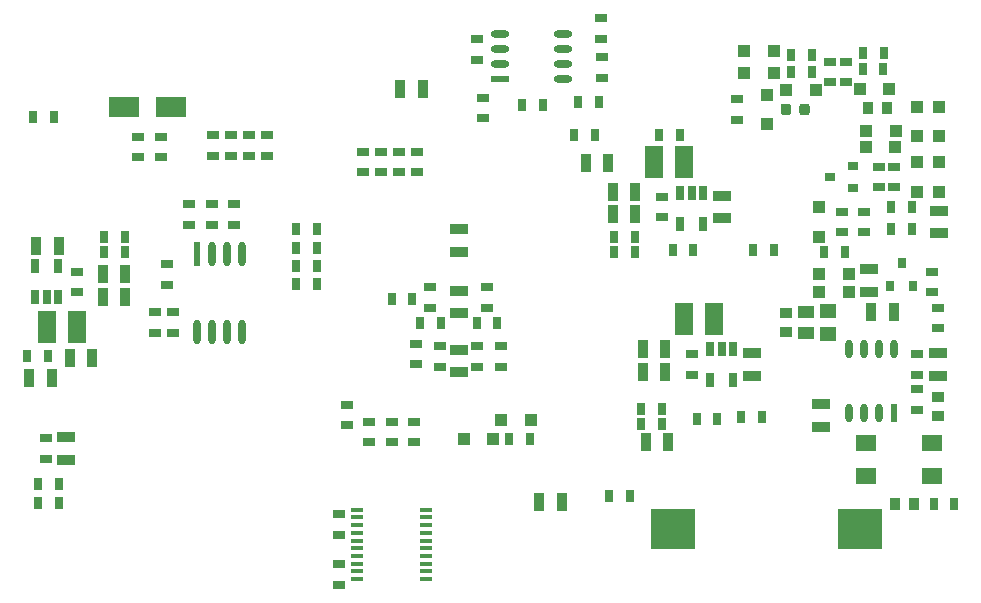
<source format=gbp>
G04 #@! TF.GenerationSoftware,KiCad,Pcbnew,5.0.0+dfsg1-1*
G04 #@! TF.CreationDate,2018-08-10T19:17:17+02:00*
G04 #@! TF.ProjectId,ulx3s,756C7833732E6B696361645F70636200,rev?*
G04 #@! TF.SameCoordinates,Original*
G04 #@! TF.FileFunction,Paste,Bot*
G04 #@! TF.FilePolarity,Positive*
%FSLAX46Y46*%
G04 Gerber Fmt 4.6, Leading zero omitted, Abs format (unit mm)*
G04 Created by KiCad (PCBNEW 5.0.0+dfsg1-1) date Fri Aug 10 19:17:17 2018*
%MOMM*%
%LPD*%
G01*
G04 APERTURE LIST*
%ADD10R,0.670000X1.000000*%
%ADD11R,3.700000X3.500000*%
%ADD12R,1.550000X0.600000*%
%ADD13O,1.550000X0.600000*%
%ADD14R,0.600000X2.100000*%
%ADD15O,0.600000X2.100000*%
%ADD16R,0.600000X1.550000*%
%ADD17O,0.600000X1.550000*%
%ADD18R,1.000000X0.400000*%
%ADD19R,0.700000X1.200000*%
%ADD20R,1.800000X1.400000*%
%ADD21R,0.970000X1.500000*%
%ADD22R,1.500000X0.970000*%
%ADD23R,1.000000X0.670000*%
%ADD24R,1.000000X1.000000*%
%ADD25R,1.500000X2.700000*%
%ADD26R,2.500000X1.800000*%
%ADD27R,0.800000X0.900000*%
%ADD28R,0.900000X0.800000*%
%ADD29R,0.820000X1.000000*%
%ADD30R,1.000000X0.820000*%
%ADD31R,1.400000X1.120000*%
%ADD32R,1.400000X1.295000*%
%ADD33C,0.100000*%
%ADD34C,0.875000*%
G04 APERTURE END LIST*
D10*
G04 #@! TO.C,C49*
X103738000Y-91156000D03*
X101988000Y-91156000D03*
G04 #@! TD*
D11*
G04 #@! TO.C,BAT1*
X172485000Y-105870000D03*
X156685000Y-105870000D03*
G04 #@! TD*
D12*
G04 #@! TO.C,U11*
X141980000Y-67706500D03*
D13*
X141980000Y-66436500D03*
X141980000Y-65166500D03*
X141980000Y-63896500D03*
X147380000Y-63896500D03*
X147380000Y-65166500D03*
X147380000Y-66436500D03*
X147380000Y-67706500D03*
G04 #@! TD*
D14*
G04 #@! TO.C,U10*
X116340000Y-82520000D03*
D15*
X117610000Y-82520000D03*
X118880000Y-82520000D03*
X120150000Y-82520000D03*
X120150000Y-89124000D03*
X118880000Y-89124000D03*
X117610000Y-89124000D03*
X116340000Y-89124000D03*
G04 #@! TD*
D16*
G04 #@! TO.C,U7*
X175395000Y-96015000D03*
D17*
X174125000Y-96015000D03*
X172855000Y-96015000D03*
X171585000Y-96015000D03*
X171585000Y-90615000D03*
X172855000Y-90615000D03*
X174125000Y-90615000D03*
X175395000Y-90615000D03*
G04 #@! TD*
D18*
G04 #@! TO.C,U6*
X129935000Y-104215000D03*
X129935000Y-104865000D03*
X129935000Y-105515000D03*
X129935000Y-106165000D03*
X129935000Y-106815000D03*
X129935000Y-107465000D03*
X129935000Y-108115000D03*
X129935000Y-108765000D03*
X129935000Y-109415000D03*
X129935000Y-110065000D03*
X135735000Y-110065000D03*
X135735000Y-109415000D03*
X135735000Y-108765000D03*
X135735000Y-108115000D03*
X135735000Y-107465000D03*
X135735000Y-106815000D03*
X135735000Y-106165000D03*
X135735000Y-105515000D03*
X135735000Y-104865000D03*
X135735000Y-104215000D03*
G04 #@! TD*
D19*
G04 #@! TO.C,U5*
X157285000Y-77392000D03*
X158235000Y-77392000D03*
X159185000Y-77392000D03*
X159185000Y-79992000D03*
X157285000Y-79992000D03*
G04 #@! TD*
G04 #@! TO.C,U3*
X159825000Y-90600000D03*
X160775000Y-90600000D03*
X161725000Y-90600000D03*
X161725000Y-93200000D03*
X159825000Y-93200000D03*
G04 #@! TD*
G04 #@! TO.C,U4*
X104575000Y-86215000D03*
X103625000Y-86215000D03*
X102675000Y-86215000D03*
X102675000Y-83615000D03*
X104575000Y-83615000D03*
G04 #@! TD*
D20*
G04 #@! TO.C,Y2*
X178576000Y-98522000D03*
X172976000Y-98522000D03*
X172976000Y-101322000D03*
X178576000Y-101322000D03*
G04 #@! TD*
D21*
G04 #@! TO.C,C47*
X133546000Y-68550000D03*
X135456000Y-68550000D03*
G04 #@! TD*
G04 #@! TO.C,C1*
X102748500Y-81885000D03*
X104658500Y-81885000D03*
G04 #@! TD*
D10*
G04 #@! TO.C,C2*
X153985000Y-96910000D03*
X155735000Y-96910000D03*
G04 #@! TD*
D21*
G04 #@! TO.C,C3*
X156015000Y-90630000D03*
X154105000Y-90630000D03*
G04 #@! TD*
G04 #@! TO.C,C4*
X154105000Y-92535000D03*
X156015000Y-92535000D03*
G04 #@! TD*
D22*
G04 #@! TO.C,C5*
X163315000Y-90945000D03*
X163315000Y-92855000D03*
G04 #@! TD*
D10*
G04 #@! TO.C,C6*
X151645000Y-82375000D03*
X153395000Y-82375000D03*
G04 #@! TD*
D21*
G04 #@! TO.C,C7*
X153475000Y-79200000D03*
X151565000Y-79200000D03*
G04 #@! TD*
G04 #@! TO.C,C8*
X153475000Y-77295000D03*
X151565000Y-77295000D03*
G04 #@! TD*
D22*
G04 #@! TO.C,C9*
X160775000Y-79520000D03*
X160775000Y-77610000D03*
G04 #@! TD*
D10*
G04 #@! TO.C,C10*
X108465000Y-81105000D03*
X110215000Y-81105000D03*
G04 #@! TD*
D21*
G04 #@! TO.C,C11*
X108385000Y-84280000D03*
X110295000Y-84280000D03*
G04 #@! TD*
G04 #@! TO.C,C12*
X110295000Y-86185000D03*
X108385000Y-86185000D03*
G04 #@! TD*
D22*
G04 #@! TO.C,C13*
X173221000Y-83833000D03*
X173221000Y-85743000D03*
G04 #@! TD*
D23*
G04 #@! TO.C,C14*
X175380000Y-76900000D03*
X175380000Y-75150000D03*
G04 #@! TD*
D22*
G04 #@! TO.C,C15*
X105276000Y-99967000D03*
X105276000Y-98057000D03*
G04 #@! TD*
D21*
G04 #@! TO.C,C16*
X173424000Y-87473000D03*
X175334000Y-87473000D03*
G04 #@! TD*
D22*
G04 #@! TO.C,C17*
X138500000Y-90665000D03*
X138500000Y-92575000D03*
G04 #@! TD*
D23*
G04 #@! TO.C,C18*
X150589600Y-64359000D03*
X150589600Y-62609000D03*
G04 #@! TD*
D22*
G04 #@! TO.C,C19*
X138500000Y-82375000D03*
X138500000Y-80465000D03*
G04 #@! TD*
G04 #@! TO.C,C20*
X138500000Y-87575000D03*
X138500000Y-85665000D03*
G04 #@! TD*
D21*
G04 #@! TO.C,C21*
X104072000Y-93061000D03*
X102162000Y-93061000D03*
G04 #@! TD*
G04 #@! TO.C,C22*
X154359000Y-98504000D03*
X156269000Y-98504000D03*
G04 #@! TD*
G04 #@! TO.C,C23*
X105591000Y-91392000D03*
X107501000Y-91392000D03*
G04 #@! TD*
G04 #@! TO.C,C24*
X151189000Y-74882000D03*
X149279000Y-74882000D03*
G04 #@! TD*
D23*
G04 #@! TO.C,C25*
X140900000Y-87095000D03*
X140900000Y-85345000D03*
G04 #@! TD*
G04 #@! TO.C,C26*
X136100000Y-87095000D03*
X136100000Y-85345000D03*
G04 #@! TD*
G04 #@! TO.C,C27*
X136900000Y-92095000D03*
X136900000Y-90345000D03*
G04 #@! TD*
G04 #@! TO.C,C28*
X140100000Y-90345000D03*
X140100000Y-92095000D03*
G04 #@! TD*
G04 #@! TO.C,C29*
X142100000Y-92095000D03*
X142100000Y-90345000D03*
G04 #@! TD*
G04 #@! TO.C,C30*
X134900000Y-90145000D03*
X134900000Y-91895000D03*
G04 #@! TD*
D10*
G04 #@! TO.C,C31*
X135225000Y-88420000D03*
X136975000Y-88420000D03*
G04 #@! TD*
G04 #@! TO.C,C32*
X140025000Y-88420000D03*
X141775000Y-88420000D03*
G04 #@! TD*
G04 #@! TO.C,C33*
X163425000Y-82220000D03*
X165175000Y-82220000D03*
G04 #@! TD*
G04 #@! TO.C,C34*
X158375000Y-82220000D03*
X156625000Y-82220000D03*
G04 #@! TD*
D23*
G04 #@! TO.C,C35*
X177300000Y-94025000D03*
X177300000Y-95775000D03*
G04 #@! TD*
D21*
G04 #@! TO.C,C46*
X145342000Y-103584000D03*
X147252000Y-103584000D03*
G04 #@! TD*
D10*
G04 #@! TO.C,C48*
X104246000Y-70963000D03*
X102496000Y-70963000D03*
G04 #@! TD*
D23*
G04 #@! TO.C,C50*
X179063000Y-88856000D03*
X179063000Y-87106000D03*
G04 #@! TD*
D10*
G04 #@! TO.C,C51*
X180473000Y-103711000D03*
X178723000Y-103711000D03*
G04 #@! TD*
G04 #@! TO.C,C52*
X158645000Y-96490000D03*
X160395000Y-96490000D03*
G04 #@! TD*
G04 #@! TO.C,C53*
X132827200Y-86330000D03*
X134577200Y-86330000D03*
G04 #@! TD*
D22*
G04 #@! TO.C,C54*
X169172000Y-95281000D03*
X169172000Y-97191000D03*
G04 #@! TD*
G04 #@! TO.C,D11*
X179190000Y-80790000D03*
X179190000Y-78880000D03*
G04 #@! TD*
D24*
G04 #@! TO.C,D10*
X169050000Y-84280000D03*
X171550000Y-84280000D03*
G04 #@! TD*
G04 #@! TO.C,D12*
X169030000Y-78585000D03*
X169030000Y-81085000D03*
G04 #@! TD*
G04 #@! TO.C,D13*
X171550000Y-85804000D03*
X169050000Y-85804000D03*
G04 #@! TD*
G04 #@! TO.C,D14*
X179190000Y-74775000D03*
X179190000Y-77275000D03*
G04 #@! TD*
G04 #@! TO.C,D15*
X177285000Y-77275000D03*
X177285000Y-74775000D03*
G04 #@! TD*
G04 #@! TO.C,D16*
X172987000Y-73503000D03*
X175487000Y-73503000D03*
G04 #@! TD*
G04 #@! TO.C,D17*
X164585000Y-69060000D03*
X164585000Y-71560000D03*
G04 #@! TD*
G04 #@! TO.C,D20*
X168756000Y-68659000D03*
X166256000Y-68659000D03*
G04 #@! TD*
G04 #@! TO.C,D21*
X174979000Y-68550000D03*
X172479000Y-68550000D03*
G04 #@! TD*
G04 #@! TO.C,D23*
X165200000Y-67262000D03*
X162700000Y-67262000D03*
G04 #@! TD*
G04 #@! TO.C,D24*
X162700000Y-65357000D03*
X165200000Y-65357000D03*
G04 #@! TD*
G04 #@! TO.C,D25*
X177285000Y-72594000D03*
X177285000Y-70094000D03*
G04 #@! TD*
G04 #@! TO.C,D26*
X179190000Y-70094000D03*
X179190000Y-72594000D03*
G04 #@! TD*
D23*
G04 #@! TO.C,R49*
X113277000Y-74360000D03*
X113277000Y-72610000D03*
G04 #@! TD*
G04 #@! TO.C,R50*
X111372000Y-72610000D03*
X111372000Y-74360000D03*
G04 #@! TD*
D10*
G04 #@! TO.C,R51*
X155455000Y-72487000D03*
X157205000Y-72487000D03*
G04 #@! TD*
D23*
G04 #@! TO.C,R52*
X171331000Y-66278000D03*
X171331000Y-68028000D03*
G04 #@! TD*
G04 #@! TO.C,R53*
X169919000Y-68028000D03*
X169919000Y-66278000D03*
G04 #@! TD*
D10*
G04 #@! TO.C,R54*
X174477000Y-65502000D03*
X172727000Y-65502000D03*
G04 #@! TD*
D23*
G04 #@! TO.C,R56*
X128390000Y-106321000D03*
X128390000Y-104571000D03*
G04 #@! TD*
G04 #@! TO.C,R57*
X117722000Y-72483000D03*
X117722000Y-74233000D03*
G04 #@! TD*
G04 #@! TO.C,R58*
X119246000Y-74233000D03*
X119246000Y-72483000D03*
G04 #@! TD*
G04 #@! TO.C,R59*
X120770000Y-72483000D03*
X120770000Y-74233000D03*
G04 #@! TD*
G04 #@! TO.C,R60*
X122294000Y-74233000D03*
X122294000Y-72483000D03*
G04 #@! TD*
D10*
G04 #@! TO.C,R61*
X145655000Y-69900000D03*
X143905000Y-69900000D03*
G04 #@! TD*
G04 #@! TO.C,R40*
X166631000Y-65738000D03*
X168381000Y-65738000D03*
G04 #@! TD*
D23*
G04 #@! TO.C,R55*
X134740000Y-96740000D03*
X134740000Y-98490000D03*
G04 #@! TD*
D22*
G04 #@! TO.C,C55*
X179078000Y-90963000D03*
X179078000Y-92873000D03*
G04 #@! TD*
D23*
G04 #@! TO.C,R65*
X177300000Y-92793000D03*
X177300000Y-91043000D03*
G04 #@! TD*
D25*
G04 #@! TO.C,L1*
X160140000Y-88090000D03*
X157600000Y-88090000D03*
G04 #@! TD*
G04 #@! TO.C,L2*
X103625000Y-88725000D03*
X106165000Y-88725000D03*
G04 #@! TD*
G04 #@! TO.C,L3*
X155060000Y-74755000D03*
X157600000Y-74755000D03*
G04 #@! TD*
D10*
G04 #@! TO.C,R1*
X171175000Y-82375000D03*
X169425000Y-82375000D03*
G04 #@! TD*
D23*
G04 #@! TO.C,R2*
X172840000Y-78960000D03*
X172840000Y-80710000D03*
G04 #@! TD*
G04 #@! TO.C,R3*
X162045000Y-71185000D03*
X162045000Y-69435000D03*
G04 #@! TD*
D10*
G04 #@! TO.C,R4*
X176890000Y-80470000D03*
X175140000Y-80470000D03*
G04 #@! TD*
D23*
G04 #@! TO.C,R5*
X174110000Y-75150000D03*
X174110000Y-76900000D03*
G04 #@! TD*
G04 #@! TO.C,R6*
X178555000Y-85790000D03*
X178555000Y-84040000D03*
G04 #@! TD*
G04 #@! TO.C,R7*
X113785000Y-85155000D03*
X113785000Y-83405000D03*
G04 #@! TD*
G04 #@! TO.C,R8*
X170935000Y-80710000D03*
X170935000Y-78960000D03*
G04 #@! TD*
G04 #@! TO.C,R9*
X128390000Y-110555000D03*
X128390000Y-108805000D03*
G04 #@! TD*
D10*
G04 #@! TO.C,R10*
X151264000Y-103076000D03*
X153014000Y-103076000D03*
G04 #@! TD*
D23*
G04 #@! TO.C,R11*
X119515000Y-80093000D03*
X119515000Y-78343000D03*
G04 #@! TD*
G04 #@! TO.C,R12*
X114308000Y-89219000D03*
X114308000Y-87469000D03*
G04 #@! TD*
D10*
G04 #@! TO.C,R13*
X175140000Y-78565000D03*
X176890000Y-78565000D03*
G04 #@! TD*
G04 #@! TO.C,R14*
X124721000Y-85060000D03*
X126471000Y-85060000D03*
G04 #@! TD*
G04 #@! TO.C,R15*
X126471000Y-83536000D03*
X124721000Y-83536000D03*
G04 #@! TD*
G04 #@! TO.C,R16*
X124721000Y-82012000D03*
X126471000Y-82012000D03*
G04 #@! TD*
G04 #@! TO.C,R17*
X126471000Y-80470000D03*
X124721000Y-80470000D03*
G04 #@! TD*
D23*
G04 #@! TO.C,R18*
X130422000Y-73898000D03*
X130422000Y-75648000D03*
G04 #@! TD*
G04 #@! TO.C,R19*
X131961000Y-73898000D03*
X131961000Y-75648000D03*
G04 #@! TD*
G04 #@! TO.C,R20*
X133485000Y-73898000D03*
X133485000Y-75648000D03*
G04 #@! TD*
G04 #@! TO.C,R21*
X135009000Y-75648000D03*
X135009000Y-73898000D03*
G04 #@! TD*
G04 #@! TO.C,R22*
X140025500Y-66105000D03*
X140025500Y-64355000D03*
G04 #@! TD*
G04 #@! TO.C,R23*
X140597000Y-71076000D03*
X140597000Y-69326000D03*
G04 #@! TD*
G04 #@! TO.C,R24*
X150615000Y-67647000D03*
X150615000Y-65897000D03*
G04 #@! TD*
D10*
G04 #@! TO.C,R25*
X148300000Y-72487000D03*
X150050000Y-72487000D03*
G04 #@! TD*
G04 #@! TO.C,R26*
X150362000Y-69693000D03*
X148612000Y-69693000D03*
G04 #@! TD*
D23*
G04 #@! TO.C,R27*
X129025000Y-95300000D03*
X129025000Y-97050000D03*
G04 #@! TD*
G04 #@! TO.C,R28*
X117595000Y-78343000D03*
X117595000Y-80093000D03*
G04 #@! TD*
G04 #@! TO.C,R29*
X112784000Y-89219000D03*
X112784000Y-87469000D03*
G04 #@! TD*
G04 #@! TO.C,R30*
X115690000Y-78343000D03*
X115690000Y-80093000D03*
G04 #@! TD*
D10*
G04 #@! TO.C,R31*
X142755000Y-98250000D03*
X144505000Y-98250000D03*
G04 #@! TD*
D23*
G04 #@! TO.C,R32*
X132835000Y-98490000D03*
X132835000Y-96740000D03*
G04 #@! TD*
G04 #@! TO.C,R33*
X130930000Y-96740000D03*
X130930000Y-98490000D03*
G04 #@! TD*
D10*
G04 #@! TO.C,R34*
X102877000Y-103600000D03*
X104627000Y-103600000D03*
G04 #@! TD*
G04 #@! TO.C,R35*
X102877000Y-102060000D03*
X104627000Y-102060000D03*
G04 #@! TD*
D23*
G04 #@! TO.C,R38*
X103576500Y-99905000D03*
X103576500Y-98155000D03*
G04 #@! TD*
D10*
G04 #@! TO.C,R39*
X164190000Y-96345000D03*
X162440000Y-96345000D03*
G04 #@! TD*
G04 #@! TO.C,R63*
X168381000Y-67135000D03*
X166631000Y-67135000D03*
G04 #@! TD*
G04 #@! TO.C,R64*
X174475000Y-66899000D03*
X172725000Y-66899000D03*
G04 #@! TD*
G04 #@! TO.C,RA1*
X153985000Y-95640000D03*
X155735000Y-95640000D03*
G04 #@! TD*
G04 #@! TO.C,RA2*
X110215000Y-82375000D03*
X108465000Y-82375000D03*
G04 #@! TD*
G04 #@! TO.C,RA3*
X151645000Y-81105000D03*
X153395000Y-81105000D03*
G04 #@! TD*
D23*
G04 #@! TO.C,RB1*
X158235000Y-92775000D03*
X158235000Y-91025000D03*
G04 #@! TD*
G04 #@! TO.C,RB2*
X106165000Y-85790000D03*
X106165000Y-84040000D03*
G04 #@! TD*
G04 #@! TO.C,RB3*
X155695000Y-79440000D03*
X155695000Y-77690000D03*
G04 #@! TD*
D26*
G04 #@! TO.C,D8*
X110149000Y-70074000D03*
X114149000Y-70074000D03*
G04 #@! TD*
D27*
G04 #@! TO.C,Q1*
X176015000Y-83280000D03*
X175065000Y-85280000D03*
X176965000Y-85280000D03*
G04 #@! TD*
D28*
G04 #@! TO.C,Q2*
X171935000Y-75075000D03*
X171935000Y-76975000D03*
X169935000Y-76025000D03*
G04 #@! TD*
D24*
G04 #@! TO.C,D27*
X175502000Y-72106000D03*
X173002000Y-72106000D03*
G04 #@! TD*
D29*
G04 #@! TO.C,R66*
X173198000Y-70201000D03*
X174798000Y-70201000D03*
G04 #@! TD*
D30*
G04 #@! TO.C,C56*
X179078000Y-96274000D03*
X179078000Y-94674000D03*
G04 #@! TD*
D29*
G04 #@! TO.C,C57*
X177084000Y-103711000D03*
X175484000Y-103711000D03*
G04 #@! TD*
D31*
G04 #@! TO.C,C58*
X167902000Y-89242000D03*
X167902000Y-87482000D03*
G04 #@! TD*
D30*
G04 #@! TO.C,C59*
X166251000Y-89162000D03*
X166251000Y-87562000D03*
G04 #@! TD*
D32*
G04 #@! TO.C,L4*
X169807000Y-87394500D03*
X169807000Y-89329500D03*
G04 #@! TD*
D24*
G04 #@! TO.C,D28*
X144626000Y-96599000D03*
X142126000Y-96599000D03*
G04 #@! TD*
G04 #@! TO.C,D29*
X138951000Y-98250000D03*
X141451000Y-98250000D03*
G04 #@! TD*
D33*
G04 #@! TO.C,C60*
G36*
X166450691Y-69836053D02*
X166471926Y-69839203D01*
X166492750Y-69844419D01*
X166512962Y-69851651D01*
X166532368Y-69860830D01*
X166550781Y-69871866D01*
X166568024Y-69884654D01*
X166583930Y-69899070D01*
X166598346Y-69914976D01*
X166611134Y-69932219D01*
X166622170Y-69950632D01*
X166631349Y-69970038D01*
X166638581Y-69990250D01*
X166643797Y-70011074D01*
X166646947Y-70032309D01*
X166648000Y-70053750D01*
X166648000Y-70566250D01*
X166646947Y-70587691D01*
X166643797Y-70608926D01*
X166638581Y-70629750D01*
X166631349Y-70649962D01*
X166622170Y-70669368D01*
X166611134Y-70687781D01*
X166598346Y-70705024D01*
X166583930Y-70720930D01*
X166568024Y-70735346D01*
X166550781Y-70748134D01*
X166532368Y-70759170D01*
X166512962Y-70768349D01*
X166492750Y-70775581D01*
X166471926Y-70780797D01*
X166450691Y-70783947D01*
X166429250Y-70785000D01*
X165991750Y-70785000D01*
X165970309Y-70783947D01*
X165949074Y-70780797D01*
X165928250Y-70775581D01*
X165908038Y-70768349D01*
X165888632Y-70759170D01*
X165870219Y-70748134D01*
X165852976Y-70735346D01*
X165837070Y-70720930D01*
X165822654Y-70705024D01*
X165809866Y-70687781D01*
X165798830Y-70669368D01*
X165789651Y-70649962D01*
X165782419Y-70629750D01*
X165777203Y-70608926D01*
X165774053Y-70587691D01*
X165773000Y-70566250D01*
X165773000Y-70053750D01*
X165774053Y-70032309D01*
X165777203Y-70011074D01*
X165782419Y-69990250D01*
X165789651Y-69970038D01*
X165798830Y-69950632D01*
X165809866Y-69932219D01*
X165822654Y-69914976D01*
X165837070Y-69899070D01*
X165852976Y-69884654D01*
X165870219Y-69871866D01*
X165888632Y-69860830D01*
X165908038Y-69851651D01*
X165928250Y-69844419D01*
X165949074Y-69839203D01*
X165970309Y-69836053D01*
X165991750Y-69835000D01*
X166429250Y-69835000D01*
X166450691Y-69836053D01*
X166450691Y-69836053D01*
G37*
D34*
X166210500Y-70310000D03*
D33*
G36*
X168025691Y-69836053D02*
X168046926Y-69839203D01*
X168067750Y-69844419D01*
X168087962Y-69851651D01*
X168107368Y-69860830D01*
X168125781Y-69871866D01*
X168143024Y-69884654D01*
X168158930Y-69899070D01*
X168173346Y-69914976D01*
X168186134Y-69932219D01*
X168197170Y-69950632D01*
X168206349Y-69970038D01*
X168213581Y-69990250D01*
X168218797Y-70011074D01*
X168221947Y-70032309D01*
X168223000Y-70053750D01*
X168223000Y-70566250D01*
X168221947Y-70587691D01*
X168218797Y-70608926D01*
X168213581Y-70629750D01*
X168206349Y-70649962D01*
X168197170Y-70669368D01*
X168186134Y-70687781D01*
X168173346Y-70705024D01*
X168158930Y-70720930D01*
X168143024Y-70735346D01*
X168125781Y-70748134D01*
X168107368Y-70759170D01*
X168087962Y-70768349D01*
X168067750Y-70775581D01*
X168046926Y-70780797D01*
X168025691Y-70783947D01*
X168004250Y-70785000D01*
X167566750Y-70785000D01*
X167545309Y-70783947D01*
X167524074Y-70780797D01*
X167503250Y-70775581D01*
X167483038Y-70768349D01*
X167463632Y-70759170D01*
X167445219Y-70748134D01*
X167427976Y-70735346D01*
X167412070Y-70720930D01*
X167397654Y-70705024D01*
X167384866Y-70687781D01*
X167373830Y-70669368D01*
X167364651Y-70649962D01*
X167357419Y-70629750D01*
X167352203Y-70608926D01*
X167349053Y-70587691D01*
X167348000Y-70566250D01*
X167348000Y-70053750D01*
X167349053Y-70032309D01*
X167352203Y-70011074D01*
X167357419Y-69990250D01*
X167364651Y-69970038D01*
X167373830Y-69950632D01*
X167384866Y-69932219D01*
X167397654Y-69914976D01*
X167412070Y-69899070D01*
X167427976Y-69884654D01*
X167445219Y-69871866D01*
X167463632Y-69860830D01*
X167483038Y-69851651D01*
X167503250Y-69844419D01*
X167524074Y-69839203D01*
X167545309Y-69836053D01*
X167566750Y-69835000D01*
X168004250Y-69835000D01*
X168025691Y-69836053D01*
X168025691Y-69836053D01*
G37*
D34*
X167785500Y-70310000D03*
G04 #@! TD*
M02*

</source>
